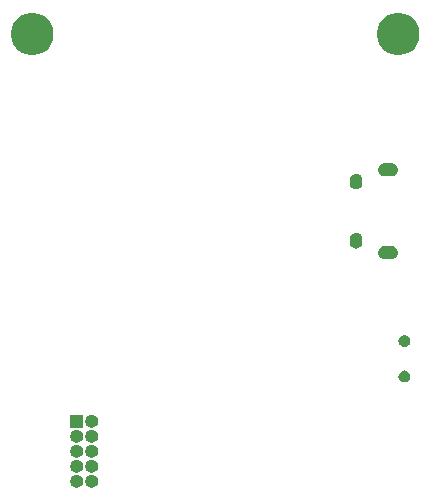
<source format=gbr>
G04 #@! TF.GenerationSoftware,KiCad,Pcbnew,5.0.2-bee76a0~70~ubuntu18.04.1*
G04 #@! TF.CreationDate,2019-06-28T20:51:35+02:00*
G04 #@! TF.ProjectId,rythm_badge_tudelft,72797468-6d5f-4626-9164-67655f747564,rev?*
G04 #@! TF.SameCoordinates,Original*
G04 #@! TF.FileFunction,Soldermask,Bot*
G04 #@! TF.FilePolarity,Negative*
%FSLAX46Y46*%
G04 Gerber Fmt 4.6, Leading zero omitted, Abs format (unit mm)*
G04 Created by KiCad (PCBNEW 5.0.2-bee76a0~70~ubuntu18.04.1) date vr 28 jun 2019 20:51:35 CEST*
%MOMM*%
%LPD*%
G01*
G04 APERTURE LIST*
%ADD10C,0.100000*%
G04 APERTURE END LIST*
D10*
G36*
X83635719Y-89119958D02*
X83739394Y-89151408D01*
X83834942Y-89202479D01*
X83918690Y-89271210D01*
X83987421Y-89354958D01*
X84038492Y-89450506D01*
X84069942Y-89554181D01*
X84080561Y-89662000D01*
X84069942Y-89769819D01*
X84038492Y-89873494D01*
X83987421Y-89969042D01*
X83918690Y-90052790D01*
X83834942Y-90121521D01*
X83739394Y-90172592D01*
X83635719Y-90204042D01*
X83554918Y-90212000D01*
X83500882Y-90212000D01*
X83420081Y-90204042D01*
X83316406Y-90172592D01*
X83220858Y-90121521D01*
X83137110Y-90052790D01*
X83068379Y-89969042D01*
X83017308Y-89873494D01*
X82985858Y-89769819D01*
X82975239Y-89662000D01*
X82985858Y-89554181D01*
X83017308Y-89450506D01*
X83068379Y-89354958D01*
X83137110Y-89271210D01*
X83220858Y-89202479D01*
X83316406Y-89151408D01*
X83420081Y-89119958D01*
X83500882Y-89112000D01*
X83554918Y-89112000D01*
X83635719Y-89119958D01*
X83635719Y-89119958D01*
G37*
G36*
X82365719Y-89119958D02*
X82469394Y-89151408D01*
X82564942Y-89202479D01*
X82648690Y-89271210D01*
X82717421Y-89354958D01*
X82768492Y-89450506D01*
X82799942Y-89554181D01*
X82810561Y-89662000D01*
X82799942Y-89769819D01*
X82768492Y-89873494D01*
X82717421Y-89969042D01*
X82648690Y-90052790D01*
X82564942Y-90121521D01*
X82469394Y-90172592D01*
X82365719Y-90204042D01*
X82284918Y-90212000D01*
X82230882Y-90212000D01*
X82150081Y-90204042D01*
X82046406Y-90172592D01*
X81950858Y-90121521D01*
X81867110Y-90052790D01*
X81798379Y-89969042D01*
X81747308Y-89873494D01*
X81715858Y-89769819D01*
X81705239Y-89662000D01*
X81715858Y-89554181D01*
X81747308Y-89450506D01*
X81798379Y-89354958D01*
X81867110Y-89271210D01*
X81950858Y-89202479D01*
X82046406Y-89151408D01*
X82150081Y-89119958D01*
X82230882Y-89112000D01*
X82284918Y-89112000D01*
X82365719Y-89119958D01*
X82365719Y-89119958D01*
G37*
G36*
X82365719Y-87849958D02*
X82469394Y-87881408D01*
X82564942Y-87932479D01*
X82648690Y-88001210D01*
X82717421Y-88084958D01*
X82768492Y-88180506D01*
X82799942Y-88284181D01*
X82810561Y-88392000D01*
X82799942Y-88499819D01*
X82768492Y-88603494D01*
X82717421Y-88699042D01*
X82648690Y-88782790D01*
X82564942Y-88851521D01*
X82469394Y-88902592D01*
X82365719Y-88934042D01*
X82284918Y-88942000D01*
X82230882Y-88942000D01*
X82150081Y-88934042D01*
X82046406Y-88902592D01*
X81950858Y-88851521D01*
X81867110Y-88782790D01*
X81798379Y-88699042D01*
X81747308Y-88603494D01*
X81715858Y-88499819D01*
X81705239Y-88392000D01*
X81715858Y-88284181D01*
X81747308Y-88180506D01*
X81798379Y-88084958D01*
X81867110Y-88001210D01*
X81950858Y-87932479D01*
X82046406Y-87881408D01*
X82150081Y-87849958D01*
X82230882Y-87842000D01*
X82284918Y-87842000D01*
X82365719Y-87849958D01*
X82365719Y-87849958D01*
G37*
G36*
X83635719Y-87849958D02*
X83739394Y-87881408D01*
X83834942Y-87932479D01*
X83918690Y-88001210D01*
X83987421Y-88084958D01*
X84038492Y-88180506D01*
X84069942Y-88284181D01*
X84080561Y-88392000D01*
X84069942Y-88499819D01*
X84038492Y-88603494D01*
X83987421Y-88699042D01*
X83918690Y-88782790D01*
X83834942Y-88851521D01*
X83739394Y-88902592D01*
X83635719Y-88934042D01*
X83554918Y-88942000D01*
X83500882Y-88942000D01*
X83420081Y-88934042D01*
X83316406Y-88902592D01*
X83220858Y-88851521D01*
X83137110Y-88782790D01*
X83068379Y-88699042D01*
X83017308Y-88603494D01*
X82985858Y-88499819D01*
X82975239Y-88392000D01*
X82985858Y-88284181D01*
X83017308Y-88180506D01*
X83068379Y-88084958D01*
X83137110Y-88001210D01*
X83220858Y-87932479D01*
X83316406Y-87881408D01*
X83420081Y-87849958D01*
X83500882Y-87842000D01*
X83554918Y-87842000D01*
X83635719Y-87849958D01*
X83635719Y-87849958D01*
G37*
G36*
X82365719Y-86579958D02*
X82469394Y-86611408D01*
X82564942Y-86662479D01*
X82648690Y-86731210D01*
X82717421Y-86814958D01*
X82768492Y-86910506D01*
X82799942Y-87014181D01*
X82810561Y-87122000D01*
X82799942Y-87229819D01*
X82768492Y-87333494D01*
X82717421Y-87429042D01*
X82648690Y-87512790D01*
X82564942Y-87581521D01*
X82469394Y-87632592D01*
X82365719Y-87664042D01*
X82284918Y-87672000D01*
X82230882Y-87672000D01*
X82150081Y-87664042D01*
X82046406Y-87632592D01*
X81950858Y-87581521D01*
X81867110Y-87512790D01*
X81798379Y-87429042D01*
X81747308Y-87333494D01*
X81715858Y-87229819D01*
X81705239Y-87122000D01*
X81715858Y-87014181D01*
X81747308Y-86910506D01*
X81798379Y-86814958D01*
X81867110Y-86731210D01*
X81950858Y-86662479D01*
X82046406Y-86611408D01*
X82150081Y-86579958D01*
X82230882Y-86572000D01*
X82284918Y-86572000D01*
X82365719Y-86579958D01*
X82365719Y-86579958D01*
G37*
G36*
X83635719Y-86579958D02*
X83739394Y-86611408D01*
X83834942Y-86662479D01*
X83918690Y-86731210D01*
X83987421Y-86814958D01*
X84038492Y-86910506D01*
X84069942Y-87014181D01*
X84080561Y-87122000D01*
X84069942Y-87229819D01*
X84038492Y-87333494D01*
X83987421Y-87429042D01*
X83918690Y-87512790D01*
X83834942Y-87581521D01*
X83739394Y-87632592D01*
X83635719Y-87664042D01*
X83554918Y-87672000D01*
X83500882Y-87672000D01*
X83420081Y-87664042D01*
X83316406Y-87632592D01*
X83220858Y-87581521D01*
X83137110Y-87512790D01*
X83068379Y-87429042D01*
X83017308Y-87333494D01*
X82985858Y-87229819D01*
X82975239Y-87122000D01*
X82985858Y-87014181D01*
X83017308Y-86910506D01*
X83068379Y-86814958D01*
X83137110Y-86731210D01*
X83220858Y-86662479D01*
X83316406Y-86611408D01*
X83420081Y-86579958D01*
X83500882Y-86572000D01*
X83554918Y-86572000D01*
X83635719Y-86579958D01*
X83635719Y-86579958D01*
G37*
G36*
X82365719Y-85309958D02*
X82469394Y-85341408D01*
X82564942Y-85392479D01*
X82648690Y-85461210D01*
X82717421Y-85544958D01*
X82768492Y-85640506D01*
X82799942Y-85744181D01*
X82810561Y-85852000D01*
X82799942Y-85959819D01*
X82768492Y-86063494D01*
X82717421Y-86159042D01*
X82648690Y-86242790D01*
X82564942Y-86311521D01*
X82469394Y-86362592D01*
X82365719Y-86394042D01*
X82284918Y-86402000D01*
X82230882Y-86402000D01*
X82150081Y-86394042D01*
X82046406Y-86362592D01*
X81950858Y-86311521D01*
X81867110Y-86242790D01*
X81798379Y-86159042D01*
X81747308Y-86063494D01*
X81715858Y-85959819D01*
X81705239Y-85852000D01*
X81715858Y-85744181D01*
X81747308Y-85640506D01*
X81798379Y-85544958D01*
X81867110Y-85461210D01*
X81950858Y-85392479D01*
X82046406Y-85341408D01*
X82150081Y-85309958D01*
X82230882Y-85302000D01*
X82284918Y-85302000D01*
X82365719Y-85309958D01*
X82365719Y-85309958D01*
G37*
G36*
X83635719Y-85309958D02*
X83739394Y-85341408D01*
X83834942Y-85392479D01*
X83918690Y-85461210D01*
X83987421Y-85544958D01*
X84038492Y-85640506D01*
X84069942Y-85744181D01*
X84080561Y-85852000D01*
X84069942Y-85959819D01*
X84038492Y-86063494D01*
X83987421Y-86159042D01*
X83918690Y-86242790D01*
X83834942Y-86311521D01*
X83739394Y-86362592D01*
X83635719Y-86394042D01*
X83554918Y-86402000D01*
X83500882Y-86402000D01*
X83420081Y-86394042D01*
X83316406Y-86362592D01*
X83220858Y-86311521D01*
X83137110Y-86242790D01*
X83068379Y-86159042D01*
X83017308Y-86063494D01*
X82985858Y-85959819D01*
X82975239Y-85852000D01*
X82985858Y-85744181D01*
X83017308Y-85640506D01*
X83068379Y-85544958D01*
X83137110Y-85461210D01*
X83220858Y-85392479D01*
X83316406Y-85341408D01*
X83420081Y-85309958D01*
X83500882Y-85302000D01*
X83554918Y-85302000D01*
X83635719Y-85309958D01*
X83635719Y-85309958D01*
G37*
G36*
X83635719Y-84039958D02*
X83739394Y-84071408D01*
X83834942Y-84122479D01*
X83918690Y-84191210D01*
X83987421Y-84274958D01*
X84038492Y-84370506D01*
X84069942Y-84474181D01*
X84080561Y-84582000D01*
X84069942Y-84689819D01*
X84038492Y-84793494D01*
X83987421Y-84889042D01*
X83918690Y-84972790D01*
X83834942Y-85041521D01*
X83739394Y-85092592D01*
X83635719Y-85124042D01*
X83554918Y-85132000D01*
X83500882Y-85132000D01*
X83420081Y-85124042D01*
X83316406Y-85092592D01*
X83220858Y-85041521D01*
X83137110Y-84972790D01*
X83068379Y-84889042D01*
X83017308Y-84793494D01*
X82985858Y-84689819D01*
X82975239Y-84582000D01*
X82985858Y-84474181D01*
X83017308Y-84370506D01*
X83068379Y-84274958D01*
X83137110Y-84191210D01*
X83220858Y-84122479D01*
X83316406Y-84071408D01*
X83420081Y-84039958D01*
X83500882Y-84032000D01*
X83554918Y-84032000D01*
X83635719Y-84039958D01*
X83635719Y-84039958D01*
G37*
G36*
X82807900Y-85132000D02*
X81707900Y-85132000D01*
X81707900Y-84032000D01*
X82807900Y-84032000D01*
X82807900Y-85132000D01*
X82807900Y-85132000D01*
G37*
G36*
X110153045Y-80318015D02*
X110244039Y-80355706D01*
X110244041Y-80355707D01*
X110325928Y-80410422D01*
X110395578Y-80480072D01*
X110450293Y-80561959D01*
X110487985Y-80652956D01*
X110507200Y-80749555D01*
X110507200Y-80848045D01*
X110487985Y-80944644D01*
X110450293Y-81035641D01*
X110395578Y-81117528D01*
X110325928Y-81187178D01*
X110244041Y-81241893D01*
X110244040Y-81241894D01*
X110244039Y-81241894D01*
X110153045Y-81279585D01*
X110056446Y-81298800D01*
X109957954Y-81298800D01*
X109861355Y-81279585D01*
X109770361Y-81241894D01*
X109770360Y-81241894D01*
X109770359Y-81241893D01*
X109688472Y-81187178D01*
X109618822Y-81117528D01*
X109564107Y-81035641D01*
X109526415Y-80944644D01*
X109507200Y-80848045D01*
X109507200Y-80749555D01*
X109526415Y-80652956D01*
X109564107Y-80561959D01*
X109618822Y-80480072D01*
X109688472Y-80410422D01*
X109770359Y-80355707D01*
X109770361Y-80355706D01*
X109861355Y-80318015D01*
X109957954Y-80298800D01*
X110056446Y-80298800D01*
X110153045Y-80318015D01*
X110153045Y-80318015D01*
G37*
G36*
X110153045Y-77318015D02*
X110244039Y-77355706D01*
X110244041Y-77355707D01*
X110325928Y-77410422D01*
X110395578Y-77480072D01*
X110450293Y-77561959D01*
X110487985Y-77652956D01*
X110507200Y-77749555D01*
X110507200Y-77848045D01*
X110487985Y-77944644D01*
X110450293Y-78035641D01*
X110395578Y-78117528D01*
X110325928Y-78187178D01*
X110244041Y-78241893D01*
X110244040Y-78241894D01*
X110244039Y-78241894D01*
X110153045Y-78279585D01*
X110056446Y-78298800D01*
X109957954Y-78298800D01*
X109861355Y-78279585D01*
X109770361Y-78241894D01*
X109770360Y-78241894D01*
X109770359Y-78241893D01*
X109688472Y-78187178D01*
X109618822Y-78117528D01*
X109564107Y-78035641D01*
X109526415Y-77944644D01*
X109507200Y-77848045D01*
X109507200Y-77749555D01*
X109526415Y-77652956D01*
X109564107Y-77561959D01*
X109618822Y-77480072D01*
X109688472Y-77410422D01*
X109770359Y-77355707D01*
X109770361Y-77355706D01*
X109861355Y-77318015D01*
X109957954Y-77298800D01*
X110056446Y-77298800D01*
X110153045Y-77318015D01*
X110153045Y-77318015D01*
G37*
G36*
X109000819Y-69759958D02*
X109104494Y-69791408D01*
X109200042Y-69842479D01*
X109283790Y-69911210D01*
X109352521Y-69994958D01*
X109403592Y-70090506D01*
X109435042Y-70194181D01*
X109445661Y-70302000D01*
X109435042Y-70409819D01*
X109403592Y-70513494D01*
X109352521Y-70609042D01*
X109283790Y-70692790D01*
X109200042Y-70761521D01*
X109104494Y-70812592D01*
X109000819Y-70844042D01*
X108920018Y-70852000D01*
X108315982Y-70852000D01*
X108235181Y-70844042D01*
X108131506Y-70812592D01*
X108035958Y-70761521D01*
X107952210Y-70692790D01*
X107883479Y-70609042D01*
X107832408Y-70513494D01*
X107800958Y-70409819D01*
X107790339Y-70302000D01*
X107800958Y-70194181D01*
X107832408Y-70090506D01*
X107883479Y-69994958D01*
X107952210Y-69911210D01*
X108035958Y-69842479D01*
X108131506Y-69791408D01*
X108235181Y-69759958D01*
X108315982Y-69752000D01*
X108920018Y-69752000D01*
X109000819Y-69759958D01*
X109000819Y-69759958D01*
G37*
G36*
X106020917Y-68634597D02*
X106119880Y-68664617D01*
X106211086Y-68713367D01*
X106291027Y-68778973D01*
X106356633Y-68858914D01*
X106405383Y-68950119D01*
X106435403Y-69049082D01*
X106443000Y-69126212D01*
X106443000Y-69477787D01*
X106435403Y-69554917D01*
X106405383Y-69653881D01*
X106381008Y-69699483D01*
X106356633Y-69745086D01*
X106291027Y-69825027D01*
X106211086Y-69890633D01*
X106119881Y-69939383D01*
X106020918Y-69969403D01*
X105918000Y-69979540D01*
X105815083Y-69969403D01*
X105716120Y-69939383D01*
X105624915Y-69890633D01*
X105544974Y-69825027D01*
X105479368Y-69745086D01*
X105430618Y-69653881D01*
X105400597Y-69554918D01*
X105393000Y-69477788D01*
X105393000Y-69126213D01*
X105400597Y-69049083D01*
X105430617Y-68950120D01*
X105479367Y-68858914D01*
X105544973Y-68778973D01*
X105624914Y-68713367D01*
X105716119Y-68664617D01*
X105815082Y-68634597D01*
X105918000Y-68624460D01*
X106020917Y-68634597D01*
X106020917Y-68634597D01*
G37*
G36*
X106020917Y-63634597D02*
X106119880Y-63664617D01*
X106211086Y-63713367D01*
X106291027Y-63778973D01*
X106356633Y-63858914D01*
X106405383Y-63950119D01*
X106435403Y-64049082D01*
X106443000Y-64126212D01*
X106443000Y-64477787D01*
X106435403Y-64554917D01*
X106405383Y-64653881D01*
X106381008Y-64699483D01*
X106356633Y-64745086D01*
X106291027Y-64825027D01*
X106211086Y-64890633D01*
X106119881Y-64939383D01*
X106020918Y-64969403D01*
X105918000Y-64979540D01*
X105815083Y-64969403D01*
X105716120Y-64939383D01*
X105624915Y-64890633D01*
X105544974Y-64825027D01*
X105479368Y-64745086D01*
X105430618Y-64653881D01*
X105400597Y-64554918D01*
X105393000Y-64477788D01*
X105393000Y-64126213D01*
X105400597Y-64049083D01*
X105430617Y-63950120D01*
X105479367Y-63858914D01*
X105544973Y-63778973D01*
X105624914Y-63713367D01*
X105716119Y-63664617D01*
X105815082Y-63634597D01*
X105918000Y-63624460D01*
X106020917Y-63634597D01*
X106020917Y-63634597D01*
G37*
G36*
X109000819Y-62759958D02*
X109104494Y-62791408D01*
X109200042Y-62842479D01*
X109283790Y-62911210D01*
X109352521Y-62994958D01*
X109403592Y-63090506D01*
X109435042Y-63194181D01*
X109445661Y-63302000D01*
X109435042Y-63409819D01*
X109403592Y-63513494D01*
X109352521Y-63609042D01*
X109283790Y-63692790D01*
X109200042Y-63761521D01*
X109104494Y-63812592D01*
X109000819Y-63844042D01*
X108920018Y-63852000D01*
X108315982Y-63852000D01*
X108235181Y-63844042D01*
X108131506Y-63812592D01*
X108035958Y-63761521D01*
X107952210Y-63692790D01*
X107883479Y-63609042D01*
X107832408Y-63513494D01*
X107800958Y-63409819D01*
X107790339Y-63302000D01*
X107800958Y-63194181D01*
X107832408Y-63090506D01*
X107883479Y-62994958D01*
X107952210Y-62911210D01*
X108035958Y-62842479D01*
X108131506Y-62791408D01*
X108235181Y-62759958D01*
X108315982Y-62752000D01*
X108920018Y-62752000D01*
X109000819Y-62759958D01*
X109000819Y-62759958D01*
G37*
G36*
X79011058Y-50085115D02*
X79338648Y-50220807D01*
X79633472Y-50417802D01*
X79884198Y-50668528D01*
X80081193Y-50963352D01*
X80216885Y-51290942D01*
X80286060Y-51638710D01*
X80286060Y-51993290D01*
X80216885Y-52341058D01*
X80081193Y-52668648D01*
X79884198Y-52963472D01*
X79633472Y-53214198D01*
X79338648Y-53411193D01*
X79011058Y-53546885D01*
X78663290Y-53616060D01*
X78308710Y-53616060D01*
X77960942Y-53546885D01*
X77633352Y-53411193D01*
X77338528Y-53214198D01*
X77087802Y-52963472D01*
X76890807Y-52668648D01*
X76755115Y-52341058D01*
X76685940Y-51993290D01*
X76685940Y-51638710D01*
X76755115Y-51290942D01*
X76890807Y-50963352D01*
X77087802Y-50668528D01*
X77338528Y-50417802D01*
X77633352Y-50220807D01*
X77960942Y-50085115D01*
X78308710Y-50015940D01*
X78663290Y-50015940D01*
X79011058Y-50085115D01*
X79011058Y-50085115D01*
G37*
G36*
X109999058Y-50085115D02*
X110326648Y-50220807D01*
X110621472Y-50417802D01*
X110872198Y-50668528D01*
X111069193Y-50963352D01*
X111204885Y-51290942D01*
X111274060Y-51638710D01*
X111274060Y-51993290D01*
X111204885Y-52341058D01*
X111069193Y-52668648D01*
X110872198Y-52963472D01*
X110621472Y-53214198D01*
X110326648Y-53411193D01*
X109999058Y-53546885D01*
X109651290Y-53616060D01*
X109296710Y-53616060D01*
X108948942Y-53546885D01*
X108621352Y-53411193D01*
X108326528Y-53214198D01*
X108075802Y-52963472D01*
X107878807Y-52668648D01*
X107743115Y-52341058D01*
X107673940Y-51993290D01*
X107673940Y-51638710D01*
X107743115Y-51290942D01*
X107878807Y-50963352D01*
X108075802Y-50668528D01*
X108326528Y-50417802D01*
X108621352Y-50220807D01*
X108948942Y-50085115D01*
X109296710Y-50015940D01*
X109651290Y-50015940D01*
X109999058Y-50085115D01*
X109999058Y-50085115D01*
G37*
M02*

</source>
